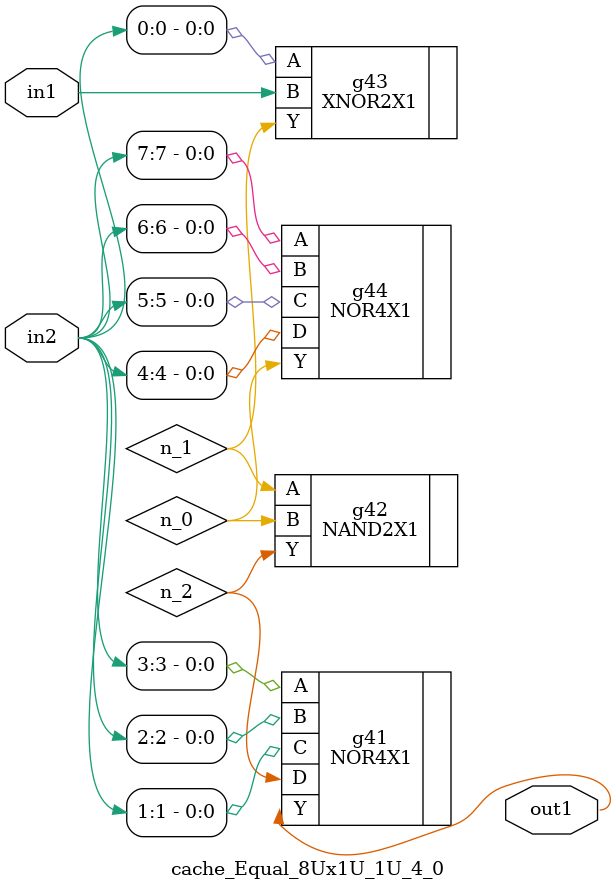
<source format=v>
`timescale 1ps / 1ps


module cache_Equal_8Ux1U_1U_4_0(in2, in1, out1);
  input [7:0] in2;
  input in1;
  output out1;
  wire [7:0] in2;
  wire in1;
  wire out1;
  wire n_0, n_1, n_2;
  NOR4X1 g41(.A (in2[3]), .B (in2[2]), .C (in2[1]), .D (n_2), .Y
       (out1));
  NAND2X1 g42(.A (n_1), .B (n_0), .Y (n_2));
  XNOR2X1 g43(.A (in2[0]), .B (in1), .Y (n_1));
  NOR4X1 g44(.A (in2[7]), .B (in2[6]), .C (in2[5]), .D (in2[4]), .Y
       (n_0));
endmodule



</source>
